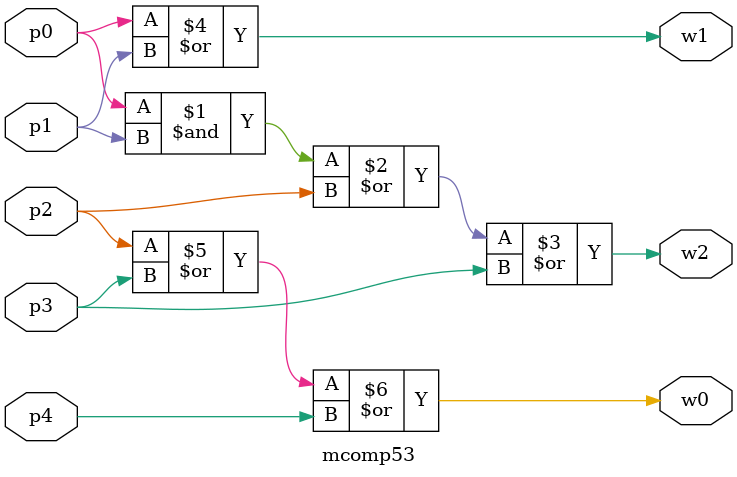
<source format=v>
module mcomp53(p0,p1,p2,p3,p4,w2,w1,w0);
input p0,p1,p2,p3,p4;
output wire w2,w1,w0;

assign w2 = (p0&p1)|p2|p3;
assign w1 = p0|p1;
assign w0 = (p2|p3)|p4;
endmodule

</source>
